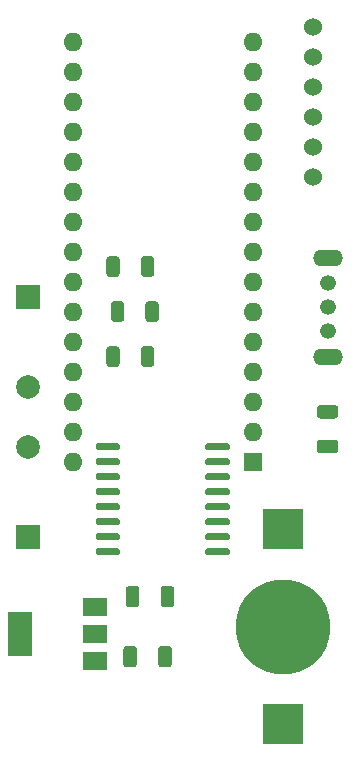
<source format=gbr>
%TF.GenerationSoftware,KiCad,Pcbnew,(5.1.9)-1*%
%TF.CreationDate,2021-11-05T10:50:43-04:00*%
%TF.ProjectId,raindrop,7261696e-6472-46f7-902e-6b696361645f,rev?*%
%TF.SameCoordinates,Original*%
%TF.FileFunction,Soldermask,Bot*%
%TF.FilePolarity,Negative*%
%FSLAX46Y46*%
G04 Gerber Fmt 4.6, Leading zero omitted, Abs format (unit mm)*
G04 Created by KiCad (PCBNEW (5.1.9)-1) date 2021-11-05 10:50:43*
%MOMM*%
%LPD*%
G01*
G04 APERTURE LIST*
%ADD10C,1.524000*%
%ADD11C,2.000000*%
%ADD12R,2.000000X2.000000*%
%ADD13O,1.600000X1.600000*%
%ADD14R,1.600000X1.600000*%
%ADD15R,2.000000X1.500000*%
%ADD16R,2.000000X3.800000*%
%ADD17C,1.324000*%
%ADD18O,2.524000X1.424000*%
%ADD19C,8.000000*%
%ADD20R,3.500000X3.500000*%
G04 APERTURE END LIST*
D10*
%TO.C,J1*%
X153670000Y-81280000D03*
X153670000Y-78740000D03*
X153670000Y-76200000D03*
X153670000Y-73660000D03*
X153670000Y-71120000D03*
X153670000Y-68580000D03*
%TD*%
D11*
%TO.C,J2*%
X129540000Y-99060000D03*
D12*
X129540000Y-91440000D03*
%TD*%
D13*
%TO.C,A1*%
X133350000Y-69850000D03*
X148590000Y-69850000D03*
X133350000Y-105410000D03*
X148590000Y-72390000D03*
X133350000Y-102870000D03*
X148590000Y-74930000D03*
X133350000Y-100330000D03*
X148590000Y-77470000D03*
X133350000Y-97790000D03*
X148590000Y-80010000D03*
X133350000Y-95250000D03*
X148590000Y-82550000D03*
X133350000Y-92710000D03*
X148590000Y-85090000D03*
X133350000Y-90170000D03*
X148590000Y-87630000D03*
X133350000Y-87630000D03*
X148590000Y-90170000D03*
X133350000Y-85090000D03*
X148590000Y-92710000D03*
X133350000Y-82550000D03*
X148590000Y-95250000D03*
X133350000Y-80010000D03*
X148590000Y-97790000D03*
X133350000Y-77470000D03*
X148590000Y-100330000D03*
X133350000Y-74930000D03*
X148590000Y-102870000D03*
X133350000Y-72390000D03*
D14*
X148590000Y-105410000D03*
%TD*%
%TO.C,U2*%
G36*
G01*
X144595000Y-113180000D02*
X144595000Y-112880000D01*
G75*
G02*
X144745000Y-112730000I150000J0D01*
G01*
X146495000Y-112730000D01*
G75*
G02*
X146645000Y-112880000I0J-150000D01*
G01*
X146645000Y-113180000D01*
G75*
G02*
X146495000Y-113330000I-150000J0D01*
G01*
X144745000Y-113330000D01*
G75*
G02*
X144595000Y-113180000I0J150000D01*
G01*
G37*
G36*
G01*
X144595000Y-111910000D02*
X144595000Y-111610000D01*
G75*
G02*
X144745000Y-111460000I150000J0D01*
G01*
X146495000Y-111460000D01*
G75*
G02*
X146645000Y-111610000I0J-150000D01*
G01*
X146645000Y-111910000D01*
G75*
G02*
X146495000Y-112060000I-150000J0D01*
G01*
X144745000Y-112060000D01*
G75*
G02*
X144595000Y-111910000I0J150000D01*
G01*
G37*
G36*
G01*
X144595000Y-110640000D02*
X144595000Y-110340000D01*
G75*
G02*
X144745000Y-110190000I150000J0D01*
G01*
X146495000Y-110190000D01*
G75*
G02*
X146645000Y-110340000I0J-150000D01*
G01*
X146645000Y-110640000D01*
G75*
G02*
X146495000Y-110790000I-150000J0D01*
G01*
X144745000Y-110790000D01*
G75*
G02*
X144595000Y-110640000I0J150000D01*
G01*
G37*
G36*
G01*
X144595000Y-109370000D02*
X144595000Y-109070000D01*
G75*
G02*
X144745000Y-108920000I150000J0D01*
G01*
X146495000Y-108920000D01*
G75*
G02*
X146645000Y-109070000I0J-150000D01*
G01*
X146645000Y-109370000D01*
G75*
G02*
X146495000Y-109520000I-150000J0D01*
G01*
X144745000Y-109520000D01*
G75*
G02*
X144595000Y-109370000I0J150000D01*
G01*
G37*
G36*
G01*
X144595000Y-108100000D02*
X144595000Y-107800000D01*
G75*
G02*
X144745000Y-107650000I150000J0D01*
G01*
X146495000Y-107650000D01*
G75*
G02*
X146645000Y-107800000I0J-150000D01*
G01*
X146645000Y-108100000D01*
G75*
G02*
X146495000Y-108250000I-150000J0D01*
G01*
X144745000Y-108250000D01*
G75*
G02*
X144595000Y-108100000I0J150000D01*
G01*
G37*
G36*
G01*
X144595000Y-106830000D02*
X144595000Y-106530000D01*
G75*
G02*
X144745000Y-106380000I150000J0D01*
G01*
X146495000Y-106380000D01*
G75*
G02*
X146645000Y-106530000I0J-150000D01*
G01*
X146645000Y-106830000D01*
G75*
G02*
X146495000Y-106980000I-150000J0D01*
G01*
X144745000Y-106980000D01*
G75*
G02*
X144595000Y-106830000I0J150000D01*
G01*
G37*
G36*
G01*
X144595000Y-105560000D02*
X144595000Y-105260000D01*
G75*
G02*
X144745000Y-105110000I150000J0D01*
G01*
X146495000Y-105110000D01*
G75*
G02*
X146645000Y-105260000I0J-150000D01*
G01*
X146645000Y-105560000D01*
G75*
G02*
X146495000Y-105710000I-150000J0D01*
G01*
X144745000Y-105710000D01*
G75*
G02*
X144595000Y-105560000I0J150000D01*
G01*
G37*
G36*
G01*
X144595000Y-104290000D02*
X144595000Y-103990000D01*
G75*
G02*
X144745000Y-103840000I150000J0D01*
G01*
X146495000Y-103840000D01*
G75*
G02*
X146645000Y-103990000I0J-150000D01*
G01*
X146645000Y-104290000D01*
G75*
G02*
X146495000Y-104440000I-150000J0D01*
G01*
X144745000Y-104440000D01*
G75*
G02*
X144595000Y-104290000I0J150000D01*
G01*
G37*
G36*
G01*
X135295000Y-104290000D02*
X135295000Y-103990000D01*
G75*
G02*
X135445000Y-103840000I150000J0D01*
G01*
X137195000Y-103840000D01*
G75*
G02*
X137345000Y-103990000I0J-150000D01*
G01*
X137345000Y-104290000D01*
G75*
G02*
X137195000Y-104440000I-150000J0D01*
G01*
X135445000Y-104440000D01*
G75*
G02*
X135295000Y-104290000I0J150000D01*
G01*
G37*
G36*
G01*
X135295000Y-105560000D02*
X135295000Y-105260000D01*
G75*
G02*
X135445000Y-105110000I150000J0D01*
G01*
X137195000Y-105110000D01*
G75*
G02*
X137345000Y-105260000I0J-150000D01*
G01*
X137345000Y-105560000D01*
G75*
G02*
X137195000Y-105710000I-150000J0D01*
G01*
X135445000Y-105710000D01*
G75*
G02*
X135295000Y-105560000I0J150000D01*
G01*
G37*
G36*
G01*
X135295000Y-106830000D02*
X135295000Y-106530000D01*
G75*
G02*
X135445000Y-106380000I150000J0D01*
G01*
X137195000Y-106380000D01*
G75*
G02*
X137345000Y-106530000I0J-150000D01*
G01*
X137345000Y-106830000D01*
G75*
G02*
X137195000Y-106980000I-150000J0D01*
G01*
X135445000Y-106980000D01*
G75*
G02*
X135295000Y-106830000I0J150000D01*
G01*
G37*
G36*
G01*
X135295000Y-108100000D02*
X135295000Y-107800000D01*
G75*
G02*
X135445000Y-107650000I150000J0D01*
G01*
X137195000Y-107650000D01*
G75*
G02*
X137345000Y-107800000I0J-150000D01*
G01*
X137345000Y-108100000D01*
G75*
G02*
X137195000Y-108250000I-150000J0D01*
G01*
X135445000Y-108250000D01*
G75*
G02*
X135295000Y-108100000I0J150000D01*
G01*
G37*
G36*
G01*
X135295000Y-109370000D02*
X135295000Y-109070000D01*
G75*
G02*
X135445000Y-108920000I150000J0D01*
G01*
X137195000Y-108920000D01*
G75*
G02*
X137345000Y-109070000I0J-150000D01*
G01*
X137345000Y-109370000D01*
G75*
G02*
X137195000Y-109520000I-150000J0D01*
G01*
X135445000Y-109520000D01*
G75*
G02*
X135295000Y-109370000I0J150000D01*
G01*
G37*
G36*
G01*
X135295000Y-110640000D02*
X135295000Y-110340000D01*
G75*
G02*
X135445000Y-110190000I150000J0D01*
G01*
X137195000Y-110190000D01*
G75*
G02*
X137345000Y-110340000I0J-150000D01*
G01*
X137345000Y-110640000D01*
G75*
G02*
X137195000Y-110790000I-150000J0D01*
G01*
X135445000Y-110790000D01*
G75*
G02*
X135295000Y-110640000I0J150000D01*
G01*
G37*
G36*
G01*
X135295000Y-111910000D02*
X135295000Y-111610000D01*
G75*
G02*
X135445000Y-111460000I150000J0D01*
G01*
X137195000Y-111460000D01*
G75*
G02*
X137345000Y-111610000I0J-150000D01*
G01*
X137345000Y-111910000D01*
G75*
G02*
X137195000Y-112060000I-150000J0D01*
G01*
X135445000Y-112060000D01*
G75*
G02*
X135295000Y-111910000I0J150000D01*
G01*
G37*
G36*
G01*
X135295000Y-113180000D02*
X135295000Y-112880000D01*
G75*
G02*
X135445000Y-112730000I150000J0D01*
G01*
X137195000Y-112730000D01*
G75*
G02*
X137345000Y-112880000I0J-150000D01*
G01*
X137345000Y-113180000D01*
G75*
G02*
X137195000Y-113330000I-150000J0D01*
G01*
X135445000Y-113330000D01*
G75*
G02*
X135295000Y-113180000I0J150000D01*
G01*
G37*
%TD*%
D15*
%TO.C,U1*%
X135230000Y-117690000D03*
X135230000Y-122290000D03*
X135230000Y-119990000D03*
D16*
X128930000Y-119990000D03*
%TD*%
%TO.C,R3*%
G36*
G01*
X137722500Y-92084999D02*
X137722500Y-93335001D01*
G75*
G02*
X137472501Y-93585000I-249999J0D01*
G01*
X136847499Y-93585000D01*
G75*
G02*
X136597500Y-93335001I0J249999D01*
G01*
X136597500Y-92084999D01*
G75*
G02*
X136847499Y-91835000I249999J0D01*
G01*
X137472501Y-91835000D01*
G75*
G02*
X137722500Y-92084999I0J-249999D01*
G01*
G37*
G36*
G01*
X140647500Y-92084999D02*
X140647500Y-93335001D01*
G75*
G02*
X140397501Y-93585000I-249999J0D01*
G01*
X139772499Y-93585000D01*
G75*
G02*
X139522500Y-93335001I0J249999D01*
G01*
X139522500Y-92084999D01*
G75*
G02*
X139772499Y-91835000I249999J0D01*
G01*
X140397501Y-91835000D01*
G75*
G02*
X140647500Y-92084999I0J-249999D01*
G01*
G37*
%TD*%
%TO.C,R2*%
G36*
G01*
X139137500Y-97145001D02*
X139137500Y-95894999D01*
G75*
G02*
X139387499Y-95645000I249999J0D01*
G01*
X140012501Y-95645000D01*
G75*
G02*
X140262500Y-95894999I0J-249999D01*
G01*
X140262500Y-97145001D01*
G75*
G02*
X140012501Y-97395000I-249999J0D01*
G01*
X139387499Y-97395000D01*
G75*
G02*
X139137500Y-97145001I0J249999D01*
G01*
G37*
G36*
G01*
X136212500Y-97145001D02*
X136212500Y-95894999D01*
G75*
G02*
X136462499Y-95645000I249999J0D01*
G01*
X137087501Y-95645000D01*
G75*
G02*
X137337500Y-95894999I0J-249999D01*
G01*
X137337500Y-97145001D01*
G75*
G02*
X137087501Y-97395000I-249999J0D01*
G01*
X136462499Y-97395000D01*
G75*
G02*
X136212500Y-97145001I0J249999D01*
G01*
G37*
%TD*%
%TO.C,R1*%
G36*
G01*
X139137500Y-89525001D02*
X139137500Y-88274999D01*
G75*
G02*
X139387499Y-88025000I249999J0D01*
G01*
X140012501Y-88025000D01*
G75*
G02*
X140262500Y-88274999I0J-249999D01*
G01*
X140262500Y-89525001D01*
G75*
G02*
X140012501Y-89775000I-249999J0D01*
G01*
X139387499Y-89775000D01*
G75*
G02*
X139137500Y-89525001I0J249999D01*
G01*
G37*
G36*
G01*
X136212500Y-89525001D02*
X136212500Y-88274999D01*
G75*
G02*
X136462499Y-88025000I249999J0D01*
G01*
X137087501Y-88025000D01*
G75*
G02*
X137337500Y-88274999I0J-249999D01*
G01*
X137337500Y-89525001D01*
G75*
G02*
X137087501Y-89775000I-249999J0D01*
G01*
X136462499Y-89775000D01*
G75*
G02*
X136212500Y-89525001I0J249999D01*
G01*
G37*
%TD*%
D17*
%TO.C,J4*%
X154940000Y-94361000D03*
X154940000Y-92329000D03*
X154940000Y-90297000D03*
D18*
X154940000Y-96520000D03*
X154940000Y-88138000D03*
%TD*%
D11*
%TO.C,J3*%
X129540000Y-104140000D03*
D12*
X129540000Y-111760000D03*
%TD*%
%TO.C,C4*%
G36*
G01*
X140600000Y-122570001D02*
X140600000Y-121269999D01*
G75*
G02*
X140849999Y-121020000I249999J0D01*
G01*
X141500001Y-121020000D01*
G75*
G02*
X141750000Y-121269999I0J-249999D01*
G01*
X141750000Y-122570001D01*
G75*
G02*
X141500001Y-122820000I-249999J0D01*
G01*
X140849999Y-122820000D01*
G75*
G02*
X140600000Y-122570001I0J249999D01*
G01*
G37*
G36*
G01*
X137650000Y-122570001D02*
X137650000Y-121269999D01*
G75*
G02*
X137899999Y-121020000I249999J0D01*
G01*
X138550001Y-121020000D01*
G75*
G02*
X138800000Y-121269999I0J-249999D01*
G01*
X138800000Y-122570001D01*
G75*
G02*
X138550001Y-122820000I-249999J0D01*
G01*
X137899999Y-122820000D01*
G75*
G02*
X137650000Y-122570001I0J249999D01*
G01*
G37*
%TD*%
%TO.C,C3*%
G36*
G01*
X154289999Y-103565000D02*
X155590001Y-103565000D01*
G75*
G02*
X155840000Y-103814999I0J-249999D01*
G01*
X155840000Y-104465001D01*
G75*
G02*
X155590001Y-104715000I-249999J0D01*
G01*
X154289999Y-104715000D01*
G75*
G02*
X154040000Y-104465001I0J249999D01*
G01*
X154040000Y-103814999D01*
G75*
G02*
X154289999Y-103565000I249999J0D01*
G01*
G37*
G36*
G01*
X154289999Y-100615000D02*
X155590001Y-100615000D01*
G75*
G02*
X155840000Y-100864999I0J-249999D01*
G01*
X155840000Y-101515001D01*
G75*
G02*
X155590001Y-101765000I-249999J0D01*
G01*
X154289999Y-101765000D01*
G75*
G02*
X154040000Y-101515001I0J249999D01*
G01*
X154040000Y-100864999D01*
G75*
G02*
X154289999Y-100615000I249999J0D01*
G01*
G37*
%TD*%
%TO.C,C2*%
G36*
G01*
X139005000Y-116189999D02*
X139005000Y-117490001D01*
G75*
G02*
X138755001Y-117740000I-249999J0D01*
G01*
X138104999Y-117740000D01*
G75*
G02*
X137855000Y-117490001I0J249999D01*
G01*
X137855000Y-116189999D01*
G75*
G02*
X138104999Y-115940000I249999J0D01*
G01*
X138755001Y-115940000D01*
G75*
G02*
X139005000Y-116189999I0J-249999D01*
G01*
G37*
G36*
G01*
X141955000Y-116189999D02*
X141955000Y-117490001D01*
G75*
G02*
X141705001Y-117740000I-249999J0D01*
G01*
X141054999Y-117740000D01*
G75*
G02*
X140805000Y-117490001I0J249999D01*
G01*
X140805000Y-116189999D01*
G75*
G02*
X141054999Y-115940000I249999J0D01*
G01*
X141705001Y-115940000D01*
G75*
G02*
X141955000Y-116189999I0J-249999D01*
G01*
G37*
%TD*%
D19*
%TO.C,BT1*%
X151130000Y-119380000D03*
D20*
X151130000Y-127635000D03*
X151130000Y-111125000D03*
%TD*%
M02*

</source>
